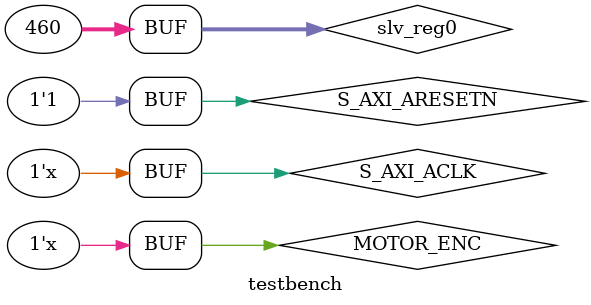
<source format=v>
`timescale 1ns / 1ps


module testbench;

    reg S_AXI_ACLK;
    reg S_AXI_ARESETN;
    reg [31:0] slv_reg0;
    
    wire [15:0] motor_fb_wire;
    
    reg MOTOR_ENC;
    
    wire DIR_SEL_OUT;
    wire MOTOR_EN;
    
    initial begin
        S_AXI_ACLK = 1'b0;
        S_AXI_ARESETN = 1'b1;
        slv_reg0 = {23'd0, 1'b1, 8'd204};
        MOTOR_ENC = 1'b0;        
    end
    
    always
        #275000 MOTOR_ENC = !MOTOR_ENC;
    
    always
        #5 S_AXI_ACLK = !S_AXI_ACLK;

	// UUT
		MotorController
    #(
        .RESET_POLARITY_LOW(1),                // Reset is active-low?  (default is yes)
        .PWM_DC_WIDTH(8)                    // Number of duty cycle bits for each channel (Default = 9-bit or 1/512 resolution)
    ) uut
    (
        // port declarations
        .CLK(S_AXI_ACLK),                         // 100MHz clock
        .RESET(S_AXI_ARESETN),                        // system reset
        // Inputs from Application via GPIO
        .DIR_SEL_RQ(slv_reg0[8]),                    // Rq from Software 1 is CW, 0 is CCW
        .MOTOR_DC(slv_reg0[7:0]),                   // Duty cycle for motor output [0 - 255]
        // Outputs to Application via GPIO
        .MOTOR_FB_RPS(motor_fb_wire),                // Motor Feedback rotations per second
        // Inputs from Motor
        .MOTOR_ENC(MOTOR_ENC),                  // Raw encoder input for calculating motor speed
        // Outputs to Motor
        .DIR_SEL_OUT(DIR_SEL_OUT),
        .MOTOR_EN(MOTOR_EN)
    );
    
endmodule

</source>
